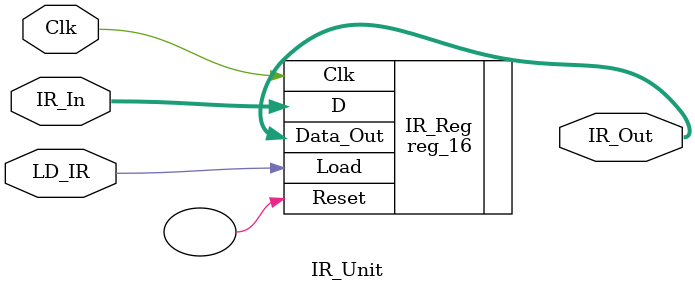
<source format=sv>
module IR_Unit(input logic LD_IR, Clk,
	input logic[15:0] IR_In,
	output logic[15:0] IR_Out);
	
	reg_16 IR_Reg(.Clk(Clk), .Reset(), .Load(LD_IR), .D(IR_In), .Data_Out(IR_Out));

endmodule
</source>
